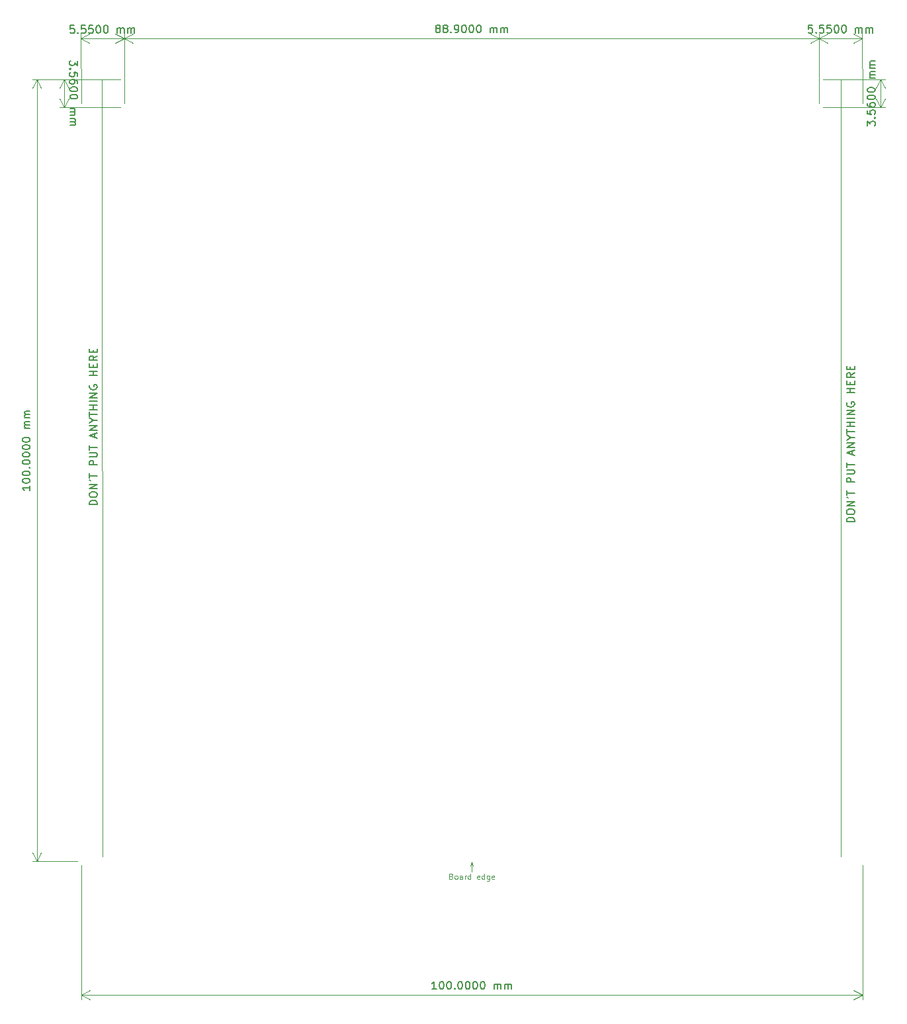
<source format=gbr>
%TF.GenerationSoftware,KiCad,Pcbnew,8.0.8-8.0.8-0~ubuntu24.04.1*%
%TF.CreationDate,2025-02-17T20:41:45+00:00*%
%TF.ProjectId,base-module,62617365-2d6d-46f6-9475-6c652e6b6963,1.0.0*%
%TF.SameCoordinates,Original*%
%TF.FileFunction,Other,Comment*%
%FSLAX46Y46*%
G04 Gerber Fmt 4.6, Leading zero omitted, Abs format (unit mm)*
G04 Created by KiCad (PCBNEW 8.0.8-8.0.8-0~ubuntu24.04.1) date 2025-02-17 20:41:45*
%MOMM*%
%LPD*%
G01*
G04 APERTURE LIST*
%ADD10C,0.100000*%
%ADD11C,0.150000*%
G04 APERTURE END LIST*
D10*
X136630000Y-150715002D02*
X136630000Y-51285001D01*
X42110000Y-150715002D02*
X42040000Y-51285001D01*
D11*
X138349819Y-107898221D02*
X137349819Y-107898221D01*
X137349819Y-107898221D02*
X137349819Y-107660126D01*
X137349819Y-107660126D02*
X137397438Y-107517269D01*
X137397438Y-107517269D02*
X137492676Y-107422031D01*
X137492676Y-107422031D02*
X137587914Y-107374412D01*
X137587914Y-107374412D02*
X137778390Y-107326793D01*
X137778390Y-107326793D02*
X137921247Y-107326793D01*
X137921247Y-107326793D02*
X138111723Y-107374412D01*
X138111723Y-107374412D02*
X138206961Y-107422031D01*
X138206961Y-107422031D02*
X138302200Y-107517269D01*
X138302200Y-107517269D02*
X138349819Y-107660126D01*
X138349819Y-107660126D02*
X138349819Y-107898221D01*
X137349819Y-106707745D02*
X137349819Y-106517269D01*
X137349819Y-106517269D02*
X137397438Y-106422031D01*
X137397438Y-106422031D02*
X137492676Y-106326793D01*
X137492676Y-106326793D02*
X137683152Y-106279174D01*
X137683152Y-106279174D02*
X138016485Y-106279174D01*
X138016485Y-106279174D02*
X138206961Y-106326793D01*
X138206961Y-106326793D02*
X138302200Y-106422031D01*
X138302200Y-106422031D02*
X138349819Y-106517269D01*
X138349819Y-106517269D02*
X138349819Y-106707745D01*
X138349819Y-106707745D02*
X138302200Y-106802983D01*
X138302200Y-106802983D02*
X138206961Y-106898221D01*
X138206961Y-106898221D02*
X138016485Y-106945840D01*
X138016485Y-106945840D02*
X137683152Y-106945840D01*
X137683152Y-106945840D02*
X137492676Y-106898221D01*
X137492676Y-106898221D02*
X137397438Y-106802983D01*
X137397438Y-106802983D02*
X137349819Y-106707745D01*
X138349819Y-105850602D02*
X137349819Y-105850602D01*
X137349819Y-105850602D02*
X138349819Y-105279174D01*
X138349819Y-105279174D02*
X137349819Y-105279174D01*
X137349819Y-104755364D02*
X137540295Y-104850602D01*
X137349819Y-104469650D02*
X137349819Y-103898222D01*
X138349819Y-104183936D02*
X137349819Y-104183936D01*
X138349819Y-102802983D02*
X137349819Y-102802983D01*
X137349819Y-102802983D02*
X137349819Y-102422031D01*
X137349819Y-102422031D02*
X137397438Y-102326793D01*
X137397438Y-102326793D02*
X137445057Y-102279174D01*
X137445057Y-102279174D02*
X137540295Y-102231555D01*
X137540295Y-102231555D02*
X137683152Y-102231555D01*
X137683152Y-102231555D02*
X137778390Y-102279174D01*
X137778390Y-102279174D02*
X137826009Y-102326793D01*
X137826009Y-102326793D02*
X137873628Y-102422031D01*
X137873628Y-102422031D02*
X137873628Y-102802983D01*
X137349819Y-101802983D02*
X138159342Y-101802983D01*
X138159342Y-101802983D02*
X138254580Y-101755364D01*
X138254580Y-101755364D02*
X138302200Y-101707745D01*
X138302200Y-101707745D02*
X138349819Y-101612507D01*
X138349819Y-101612507D02*
X138349819Y-101422031D01*
X138349819Y-101422031D02*
X138302200Y-101326793D01*
X138302200Y-101326793D02*
X138254580Y-101279174D01*
X138254580Y-101279174D02*
X138159342Y-101231555D01*
X138159342Y-101231555D02*
X137349819Y-101231555D01*
X137349819Y-100898221D02*
X137349819Y-100326793D01*
X138349819Y-100612507D02*
X137349819Y-100612507D01*
X138064104Y-99279173D02*
X138064104Y-98802983D01*
X138349819Y-99374411D02*
X137349819Y-99041078D01*
X137349819Y-99041078D02*
X138349819Y-98707745D01*
X138349819Y-98374411D02*
X137349819Y-98374411D01*
X137349819Y-98374411D02*
X138349819Y-97802983D01*
X138349819Y-97802983D02*
X137349819Y-97802983D01*
X137873628Y-97136316D02*
X138349819Y-97136316D01*
X137349819Y-97469649D02*
X137873628Y-97136316D01*
X137873628Y-97136316D02*
X137349819Y-96802983D01*
X137349819Y-96612506D02*
X137349819Y-96041078D01*
X138349819Y-96326792D02*
X137349819Y-96326792D01*
X138349819Y-95707744D02*
X137349819Y-95707744D01*
X137826009Y-95707744D02*
X137826009Y-95136316D01*
X138349819Y-95136316D02*
X137349819Y-95136316D01*
X138349819Y-94660125D02*
X137349819Y-94660125D01*
X138349819Y-94183935D02*
X137349819Y-94183935D01*
X137349819Y-94183935D02*
X138349819Y-93612507D01*
X138349819Y-93612507D02*
X137349819Y-93612507D01*
X137397438Y-92612507D02*
X137349819Y-92707745D01*
X137349819Y-92707745D02*
X137349819Y-92850602D01*
X137349819Y-92850602D02*
X137397438Y-92993459D01*
X137397438Y-92993459D02*
X137492676Y-93088697D01*
X137492676Y-93088697D02*
X137587914Y-93136316D01*
X137587914Y-93136316D02*
X137778390Y-93183935D01*
X137778390Y-93183935D02*
X137921247Y-93183935D01*
X137921247Y-93183935D02*
X138111723Y-93136316D01*
X138111723Y-93136316D02*
X138206961Y-93088697D01*
X138206961Y-93088697D02*
X138302200Y-92993459D01*
X138302200Y-92993459D02*
X138349819Y-92850602D01*
X138349819Y-92850602D02*
X138349819Y-92755364D01*
X138349819Y-92755364D02*
X138302200Y-92612507D01*
X138302200Y-92612507D02*
X138254580Y-92564888D01*
X138254580Y-92564888D02*
X137921247Y-92564888D01*
X137921247Y-92564888D02*
X137921247Y-92755364D01*
X138349819Y-91374411D02*
X137349819Y-91374411D01*
X137826009Y-91374411D02*
X137826009Y-90802983D01*
X138349819Y-90802983D02*
X137349819Y-90802983D01*
X137826009Y-90326792D02*
X137826009Y-89993459D01*
X138349819Y-89850602D02*
X138349819Y-90326792D01*
X138349819Y-90326792D02*
X137349819Y-90326792D01*
X137349819Y-90326792D02*
X137349819Y-89850602D01*
X138349819Y-88850602D02*
X137873628Y-89183935D01*
X138349819Y-89422030D02*
X137349819Y-89422030D01*
X137349819Y-89422030D02*
X137349819Y-89041078D01*
X137349819Y-89041078D02*
X137397438Y-88945840D01*
X137397438Y-88945840D02*
X137445057Y-88898221D01*
X137445057Y-88898221D02*
X137540295Y-88850602D01*
X137540295Y-88850602D02*
X137683152Y-88850602D01*
X137683152Y-88850602D02*
X137778390Y-88898221D01*
X137778390Y-88898221D02*
X137826009Y-88945840D01*
X137826009Y-88945840D02*
X137873628Y-89041078D01*
X137873628Y-89041078D02*
X137873628Y-89422030D01*
X137826009Y-88422030D02*
X137826009Y-88088697D01*
X138349819Y-87945840D02*
X138349819Y-88422030D01*
X138349819Y-88422030D02*
X137349819Y-88422030D01*
X137349819Y-88422030D02*
X137349819Y-87945840D01*
X41429819Y-105698221D02*
X40429819Y-105698221D01*
X40429819Y-105698221D02*
X40429819Y-105460126D01*
X40429819Y-105460126D02*
X40477438Y-105317269D01*
X40477438Y-105317269D02*
X40572676Y-105222031D01*
X40572676Y-105222031D02*
X40667914Y-105174412D01*
X40667914Y-105174412D02*
X40858390Y-105126793D01*
X40858390Y-105126793D02*
X41001247Y-105126793D01*
X41001247Y-105126793D02*
X41191723Y-105174412D01*
X41191723Y-105174412D02*
X41286961Y-105222031D01*
X41286961Y-105222031D02*
X41382200Y-105317269D01*
X41382200Y-105317269D02*
X41429819Y-105460126D01*
X41429819Y-105460126D02*
X41429819Y-105698221D01*
X40429819Y-104507745D02*
X40429819Y-104317269D01*
X40429819Y-104317269D02*
X40477438Y-104222031D01*
X40477438Y-104222031D02*
X40572676Y-104126793D01*
X40572676Y-104126793D02*
X40763152Y-104079174D01*
X40763152Y-104079174D02*
X41096485Y-104079174D01*
X41096485Y-104079174D02*
X41286961Y-104126793D01*
X41286961Y-104126793D02*
X41382200Y-104222031D01*
X41382200Y-104222031D02*
X41429819Y-104317269D01*
X41429819Y-104317269D02*
X41429819Y-104507745D01*
X41429819Y-104507745D02*
X41382200Y-104602983D01*
X41382200Y-104602983D02*
X41286961Y-104698221D01*
X41286961Y-104698221D02*
X41096485Y-104745840D01*
X41096485Y-104745840D02*
X40763152Y-104745840D01*
X40763152Y-104745840D02*
X40572676Y-104698221D01*
X40572676Y-104698221D02*
X40477438Y-104602983D01*
X40477438Y-104602983D02*
X40429819Y-104507745D01*
X41429819Y-103650602D02*
X40429819Y-103650602D01*
X40429819Y-103650602D02*
X41429819Y-103079174D01*
X41429819Y-103079174D02*
X40429819Y-103079174D01*
X40429819Y-102555364D02*
X40620295Y-102650602D01*
X40429819Y-102269650D02*
X40429819Y-101698222D01*
X41429819Y-101983936D02*
X40429819Y-101983936D01*
X41429819Y-100602983D02*
X40429819Y-100602983D01*
X40429819Y-100602983D02*
X40429819Y-100222031D01*
X40429819Y-100222031D02*
X40477438Y-100126793D01*
X40477438Y-100126793D02*
X40525057Y-100079174D01*
X40525057Y-100079174D02*
X40620295Y-100031555D01*
X40620295Y-100031555D02*
X40763152Y-100031555D01*
X40763152Y-100031555D02*
X40858390Y-100079174D01*
X40858390Y-100079174D02*
X40906009Y-100126793D01*
X40906009Y-100126793D02*
X40953628Y-100222031D01*
X40953628Y-100222031D02*
X40953628Y-100602983D01*
X40429819Y-99602983D02*
X41239342Y-99602983D01*
X41239342Y-99602983D02*
X41334580Y-99555364D01*
X41334580Y-99555364D02*
X41382200Y-99507745D01*
X41382200Y-99507745D02*
X41429819Y-99412507D01*
X41429819Y-99412507D02*
X41429819Y-99222031D01*
X41429819Y-99222031D02*
X41382200Y-99126793D01*
X41382200Y-99126793D02*
X41334580Y-99079174D01*
X41334580Y-99079174D02*
X41239342Y-99031555D01*
X41239342Y-99031555D02*
X40429819Y-99031555D01*
X40429819Y-98698221D02*
X40429819Y-98126793D01*
X41429819Y-98412507D02*
X40429819Y-98412507D01*
X41144104Y-97079173D02*
X41144104Y-96602983D01*
X41429819Y-97174411D02*
X40429819Y-96841078D01*
X40429819Y-96841078D02*
X41429819Y-96507745D01*
X41429819Y-96174411D02*
X40429819Y-96174411D01*
X40429819Y-96174411D02*
X41429819Y-95602983D01*
X41429819Y-95602983D02*
X40429819Y-95602983D01*
X40953628Y-94936316D02*
X41429819Y-94936316D01*
X40429819Y-95269649D02*
X40953628Y-94936316D01*
X40953628Y-94936316D02*
X40429819Y-94602983D01*
X40429819Y-94412506D02*
X40429819Y-93841078D01*
X41429819Y-94126792D02*
X40429819Y-94126792D01*
X41429819Y-93507744D02*
X40429819Y-93507744D01*
X40906009Y-93507744D02*
X40906009Y-92936316D01*
X41429819Y-92936316D02*
X40429819Y-92936316D01*
X41429819Y-92460125D02*
X40429819Y-92460125D01*
X41429819Y-91983935D02*
X40429819Y-91983935D01*
X40429819Y-91983935D02*
X41429819Y-91412507D01*
X41429819Y-91412507D02*
X40429819Y-91412507D01*
X40477438Y-90412507D02*
X40429819Y-90507745D01*
X40429819Y-90507745D02*
X40429819Y-90650602D01*
X40429819Y-90650602D02*
X40477438Y-90793459D01*
X40477438Y-90793459D02*
X40572676Y-90888697D01*
X40572676Y-90888697D02*
X40667914Y-90936316D01*
X40667914Y-90936316D02*
X40858390Y-90983935D01*
X40858390Y-90983935D02*
X41001247Y-90983935D01*
X41001247Y-90983935D02*
X41191723Y-90936316D01*
X41191723Y-90936316D02*
X41286961Y-90888697D01*
X41286961Y-90888697D02*
X41382200Y-90793459D01*
X41382200Y-90793459D02*
X41429819Y-90650602D01*
X41429819Y-90650602D02*
X41429819Y-90555364D01*
X41429819Y-90555364D02*
X41382200Y-90412507D01*
X41382200Y-90412507D02*
X41334580Y-90364888D01*
X41334580Y-90364888D02*
X41001247Y-90364888D01*
X41001247Y-90364888D02*
X41001247Y-90555364D01*
X41429819Y-89174411D02*
X40429819Y-89174411D01*
X40906009Y-89174411D02*
X40906009Y-88602983D01*
X41429819Y-88602983D02*
X40429819Y-88602983D01*
X40906009Y-88126792D02*
X40906009Y-87793459D01*
X41429819Y-87650602D02*
X41429819Y-88126792D01*
X41429819Y-88126792D02*
X40429819Y-88126792D01*
X40429819Y-88126792D02*
X40429819Y-87650602D01*
X41429819Y-86650602D02*
X40953628Y-86983935D01*
X41429819Y-87222030D02*
X40429819Y-87222030D01*
X40429819Y-87222030D02*
X40429819Y-86841078D01*
X40429819Y-86841078D02*
X40477438Y-86745840D01*
X40477438Y-86745840D02*
X40525057Y-86698221D01*
X40525057Y-86698221D02*
X40620295Y-86650602D01*
X40620295Y-86650602D02*
X40763152Y-86650602D01*
X40763152Y-86650602D02*
X40858390Y-86698221D01*
X40858390Y-86698221D02*
X40906009Y-86745840D01*
X40906009Y-86745840D02*
X40953628Y-86841078D01*
X40953628Y-86841078D02*
X40953628Y-87222030D01*
X40906009Y-86222030D02*
X40906009Y-85888697D01*
X41429819Y-85745840D02*
X41429819Y-86222030D01*
X41429819Y-86222030D02*
X40429819Y-86222030D01*
X40429819Y-86222030D02*
X40429819Y-85745840D01*
X84941429Y-44758391D02*
X84846191Y-44710772D01*
X84846191Y-44710772D02*
X84798572Y-44663153D01*
X84798572Y-44663153D02*
X84750953Y-44567915D01*
X84750953Y-44567915D02*
X84750953Y-44520296D01*
X84750953Y-44520296D02*
X84798572Y-44425058D01*
X84798572Y-44425058D02*
X84846191Y-44377439D01*
X84846191Y-44377439D02*
X84941429Y-44329820D01*
X84941429Y-44329820D02*
X85131905Y-44329820D01*
X85131905Y-44329820D02*
X85227143Y-44377439D01*
X85227143Y-44377439D02*
X85274762Y-44425058D01*
X85274762Y-44425058D02*
X85322381Y-44520296D01*
X85322381Y-44520296D02*
X85322381Y-44567915D01*
X85322381Y-44567915D02*
X85274762Y-44663153D01*
X85274762Y-44663153D02*
X85227143Y-44710772D01*
X85227143Y-44710772D02*
X85131905Y-44758391D01*
X85131905Y-44758391D02*
X84941429Y-44758391D01*
X84941429Y-44758391D02*
X84846191Y-44806010D01*
X84846191Y-44806010D02*
X84798572Y-44853629D01*
X84798572Y-44853629D02*
X84750953Y-44948867D01*
X84750953Y-44948867D02*
X84750953Y-45139343D01*
X84750953Y-45139343D02*
X84798572Y-45234581D01*
X84798572Y-45234581D02*
X84846191Y-45282201D01*
X84846191Y-45282201D02*
X84941429Y-45329820D01*
X84941429Y-45329820D02*
X85131905Y-45329820D01*
X85131905Y-45329820D02*
X85227143Y-45282201D01*
X85227143Y-45282201D02*
X85274762Y-45234581D01*
X85274762Y-45234581D02*
X85322381Y-45139343D01*
X85322381Y-45139343D02*
X85322381Y-44948867D01*
X85322381Y-44948867D02*
X85274762Y-44853629D01*
X85274762Y-44853629D02*
X85227143Y-44806010D01*
X85227143Y-44806010D02*
X85131905Y-44758391D01*
X85893810Y-44758391D02*
X85798572Y-44710772D01*
X85798572Y-44710772D02*
X85750953Y-44663153D01*
X85750953Y-44663153D02*
X85703334Y-44567915D01*
X85703334Y-44567915D02*
X85703334Y-44520296D01*
X85703334Y-44520296D02*
X85750953Y-44425058D01*
X85750953Y-44425058D02*
X85798572Y-44377439D01*
X85798572Y-44377439D02*
X85893810Y-44329820D01*
X85893810Y-44329820D02*
X86084286Y-44329820D01*
X86084286Y-44329820D02*
X86179524Y-44377439D01*
X86179524Y-44377439D02*
X86227143Y-44425058D01*
X86227143Y-44425058D02*
X86274762Y-44520296D01*
X86274762Y-44520296D02*
X86274762Y-44567915D01*
X86274762Y-44567915D02*
X86227143Y-44663153D01*
X86227143Y-44663153D02*
X86179524Y-44710772D01*
X86179524Y-44710772D02*
X86084286Y-44758391D01*
X86084286Y-44758391D02*
X85893810Y-44758391D01*
X85893810Y-44758391D02*
X85798572Y-44806010D01*
X85798572Y-44806010D02*
X85750953Y-44853629D01*
X85750953Y-44853629D02*
X85703334Y-44948867D01*
X85703334Y-44948867D02*
X85703334Y-45139343D01*
X85703334Y-45139343D02*
X85750953Y-45234581D01*
X85750953Y-45234581D02*
X85798572Y-45282201D01*
X85798572Y-45282201D02*
X85893810Y-45329820D01*
X85893810Y-45329820D02*
X86084286Y-45329820D01*
X86084286Y-45329820D02*
X86179524Y-45282201D01*
X86179524Y-45282201D02*
X86227143Y-45234581D01*
X86227143Y-45234581D02*
X86274762Y-45139343D01*
X86274762Y-45139343D02*
X86274762Y-44948867D01*
X86274762Y-44948867D02*
X86227143Y-44853629D01*
X86227143Y-44853629D02*
X86179524Y-44806010D01*
X86179524Y-44806010D02*
X86084286Y-44758391D01*
X86703334Y-45234581D02*
X86750953Y-45282201D01*
X86750953Y-45282201D02*
X86703334Y-45329820D01*
X86703334Y-45329820D02*
X86655715Y-45282201D01*
X86655715Y-45282201D02*
X86703334Y-45234581D01*
X86703334Y-45234581D02*
X86703334Y-45329820D01*
X87227143Y-45329820D02*
X87417619Y-45329820D01*
X87417619Y-45329820D02*
X87512857Y-45282201D01*
X87512857Y-45282201D02*
X87560476Y-45234581D01*
X87560476Y-45234581D02*
X87655714Y-45091724D01*
X87655714Y-45091724D02*
X87703333Y-44901248D01*
X87703333Y-44901248D02*
X87703333Y-44520296D01*
X87703333Y-44520296D02*
X87655714Y-44425058D01*
X87655714Y-44425058D02*
X87608095Y-44377439D01*
X87608095Y-44377439D02*
X87512857Y-44329820D01*
X87512857Y-44329820D02*
X87322381Y-44329820D01*
X87322381Y-44329820D02*
X87227143Y-44377439D01*
X87227143Y-44377439D02*
X87179524Y-44425058D01*
X87179524Y-44425058D02*
X87131905Y-44520296D01*
X87131905Y-44520296D02*
X87131905Y-44758391D01*
X87131905Y-44758391D02*
X87179524Y-44853629D01*
X87179524Y-44853629D02*
X87227143Y-44901248D01*
X87227143Y-44901248D02*
X87322381Y-44948867D01*
X87322381Y-44948867D02*
X87512857Y-44948867D01*
X87512857Y-44948867D02*
X87608095Y-44901248D01*
X87608095Y-44901248D02*
X87655714Y-44853629D01*
X87655714Y-44853629D02*
X87703333Y-44758391D01*
X88322381Y-44329820D02*
X88417619Y-44329820D01*
X88417619Y-44329820D02*
X88512857Y-44377439D01*
X88512857Y-44377439D02*
X88560476Y-44425058D01*
X88560476Y-44425058D02*
X88608095Y-44520296D01*
X88608095Y-44520296D02*
X88655714Y-44710772D01*
X88655714Y-44710772D02*
X88655714Y-44948867D01*
X88655714Y-44948867D02*
X88608095Y-45139343D01*
X88608095Y-45139343D02*
X88560476Y-45234581D01*
X88560476Y-45234581D02*
X88512857Y-45282201D01*
X88512857Y-45282201D02*
X88417619Y-45329820D01*
X88417619Y-45329820D02*
X88322381Y-45329820D01*
X88322381Y-45329820D02*
X88227143Y-45282201D01*
X88227143Y-45282201D02*
X88179524Y-45234581D01*
X88179524Y-45234581D02*
X88131905Y-45139343D01*
X88131905Y-45139343D02*
X88084286Y-44948867D01*
X88084286Y-44948867D02*
X88084286Y-44710772D01*
X88084286Y-44710772D02*
X88131905Y-44520296D01*
X88131905Y-44520296D02*
X88179524Y-44425058D01*
X88179524Y-44425058D02*
X88227143Y-44377439D01*
X88227143Y-44377439D02*
X88322381Y-44329820D01*
X89274762Y-44329820D02*
X89370000Y-44329820D01*
X89370000Y-44329820D02*
X89465238Y-44377439D01*
X89465238Y-44377439D02*
X89512857Y-44425058D01*
X89512857Y-44425058D02*
X89560476Y-44520296D01*
X89560476Y-44520296D02*
X89608095Y-44710772D01*
X89608095Y-44710772D02*
X89608095Y-44948867D01*
X89608095Y-44948867D02*
X89560476Y-45139343D01*
X89560476Y-45139343D02*
X89512857Y-45234581D01*
X89512857Y-45234581D02*
X89465238Y-45282201D01*
X89465238Y-45282201D02*
X89370000Y-45329820D01*
X89370000Y-45329820D02*
X89274762Y-45329820D01*
X89274762Y-45329820D02*
X89179524Y-45282201D01*
X89179524Y-45282201D02*
X89131905Y-45234581D01*
X89131905Y-45234581D02*
X89084286Y-45139343D01*
X89084286Y-45139343D02*
X89036667Y-44948867D01*
X89036667Y-44948867D02*
X89036667Y-44710772D01*
X89036667Y-44710772D02*
X89084286Y-44520296D01*
X89084286Y-44520296D02*
X89131905Y-44425058D01*
X89131905Y-44425058D02*
X89179524Y-44377439D01*
X89179524Y-44377439D02*
X89274762Y-44329820D01*
X90227143Y-44329820D02*
X90322381Y-44329820D01*
X90322381Y-44329820D02*
X90417619Y-44377439D01*
X90417619Y-44377439D02*
X90465238Y-44425058D01*
X90465238Y-44425058D02*
X90512857Y-44520296D01*
X90512857Y-44520296D02*
X90560476Y-44710772D01*
X90560476Y-44710772D02*
X90560476Y-44948867D01*
X90560476Y-44948867D02*
X90512857Y-45139343D01*
X90512857Y-45139343D02*
X90465238Y-45234581D01*
X90465238Y-45234581D02*
X90417619Y-45282201D01*
X90417619Y-45282201D02*
X90322381Y-45329820D01*
X90322381Y-45329820D02*
X90227143Y-45329820D01*
X90227143Y-45329820D02*
X90131905Y-45282201D01*
X90131905Y-45282201D02*
X90084286Y-45234581D01*
X90084286Y-45234581D02*
X90036667Y-45139343D01*
X90036667Y-45139343D02*
X89989048Y-44948867D01*
X89989048Y-44948867D02*
X89989048Y-44710772D01*
X89989048Y-44710772D02*
X90036667Y-44520296D01*
X90036667Y-44520296D02*
X90084286Y-44425058D01*
X90084286Y-44425058D02*
X90131905Y-44377439D01*
X90131905Y-44377439D02*
X90227143Y-44329820D01*
X91750953Y-45329820D02*
X91750953Y-44663153D01*
X91750953Y-44758391D02*
X91798572Y-44710772D01*
X91798572Y-44710772D02*
X91893810Y-44663153D01*
X91893810Y-44663153D02*
X92036667Y-44663153D01*
X92036667Y-44663153D02*
X92131905Y-44710772D01*
X92131905Y-44710772D02*
X92179524Y-44806010D01*
X92179524Y-44806010D02*
X92179524Y-45329820D01*
X92179524Y-44806010D02*
X92227143Y-44710772D01*
X92227143Y-44710772D02*
X92322381Y-44663153D01*
X92322381Y-44663153D02*
X92465238Y-44663153D01*
X92465238Y-44663153D02*
X92560477Y-44710772D01*
X92560477Y-44710772D02*
X92608096Y-44806010D01*
X92608096Y-44806010D02*
X92608096Y-45329820D01*
X93084286Y-45329820D02*
X93084286Y-44663153D01*
X93084286Y-44758391D02*
X93131905Y-44710772D01*
X93131905Y-44710772D02*
X93227143Y-44663153D01*
X93227143Y-44663153D02*
X93370000Y-44663153D01*
X93370000Y-44663153D02*
X93465238Y-44710772D01*
X93465238Y-44710772D02*
X93512857Y-44806010D01*
X93512857Y-44806010D02*
X93512857Y-45329820D01*
X93512857Y-44806010D02*
X93560476Y-44710772D01*
X93560476Y-44710772D02*
X93655714Y-44663153D01*
X93655714Y-44663153D02*
X93798571Y-44663153D01*
X93798571Y-44663153D02*
X93893810Y-44710772D01*
X93893810Y-44710772D02*
X93941429Y-44806010D01*
X93941429Y-44806010D02*
X93941429Y-45329820D01*
D10*
X44920000Y-54345001D02*
X44920000Y-45438581D01*
X133820000Y-54345001D02*
X133820000Y-45438581D01*
X44920000Y-46025001D02*
X133820000Y-46025001D01*
X44920000Y-46025001D02*
X133820000Y-46025001D01*
X44920000Y-46025001D02*
X46046504Y-45438580D01*
X44920000Y-46025001D02*
X46046504Y-46611422D01*
X133820000Y-46025001D02*
X132693496Y-46611422D01*
X133820000Y-46025001D02*
X132693496Y-45438580D01*
D11*
X38917063Y-48891357D02*
X38918802Y-49510402D01*
X38918802Y-49510402D02*
X38536915Y-49178140D01*
X38536915Y-49178140D02*
X38537316Y-49320997D01*
X38537316Y-49320997D02*
X38489965Y-49416368D01*
X38489965Y-49416368D02*
X38442480Y-49464121D01*
X38442480Y-49464121D02*
X38347376Y-49512007D01*
X38347376Y-49512007D02*
X38109282Y-49512676D01*
X38109282Y-49512676D02*
X38013910Y-49465325D01*
X38013910Y-49465325D02*
X37966158Y-49417839D01*
X37966158Y-49417839D02*
X37918271Y-49322735D01*
X37918271Y-49322735D02*
X37917469Y-49037022D01*
X37917469Y-49037022D02*
X37964820Y-48941651D01*
X37964820Y-48941651D02*
X38012305Y-48893898D01*
X38015248Y-49941513D02*
X37967763Y-49989266D01*
X37967763Y-49989266D02*
X37920010Y-49941781D01*
X37920010Y-49941781D02*
X37967495Y-49894028D01*
X37967495Y-49894028D02*
X38015248Y-49941513D01*
X38015248Y-49941513D02*
X37920010Y-49941781D01*
X38922681Y-50891348D02*
X38921344Y-50415160D01*
X38921344Y-50415160D02*
X38445021Y-50368879D01*
X38445021Y-50368879D02*
X38492774Y-50416364D01*
X38492774Y-50416364D02*
X38540660Y-50511468D01*
X38540660Y-50511468D02*
X38541329Y-50749562D01*
X38541329Y-50749562D02*
X38493978Y-50844933D01*
X38493978Y-50844933D02*
X38446493Y-50892686D01*
X38446493Y-50892686D02*
X38351389Y-50940572D01*
X38351389Y-50940572D02*
X38113294Y-50941241D01*
X38113294Y-50941241D02*
X38017923Y-50893890D01*
X38017923Y-50893890D02*
X37970170Y-50846405D01*
X37970170Y-50846405D02*
X37922284Y-50751301D01*
X37922284Y-50751301D02*
X37921615Y-50513207D01*
X37921615Y-50513207D02*
X37968966Y-50417835D01*
X37968966Y-50417835D02*
X38016452Y-50370082D01*
X38925223Y-51796107D02*
X38924688Y-51605631D01*
X38924688Y-51605631D02*
X38876801Y-51510527D01*
X38876801Y-51510527D02*
X38829049Y-51463042D01*
X38829049Y-51463042D02*
X38685925Y-51368206D01*
X38685925Y-51368206D02*
X38495315Y-51321122D01*
X38495315Y-51321122D02*
X38114365Y-51322192D01*
X38114365Y-51322192D02*
X38019261Y-51370079D01*
X38019261Y-51370079D02*
X37971775Y-51417831D01*
X37971775Y-51417831D02*
X37924424Y-51513203D01*
X37924424Y-51513203D02*
X37924959Y-51703678D01*
X37924959Y-51703678D02*
X37972846Y-51798782D01*
X37972846Y-51798782D02*
X38020598Y-51846267D01*
X38020598Y-51846267D02*
X38115970Y-51893618D01*
X38115970Y-51893618D02*
X38354064Y-51892950D01*
X38354064Y-51892950D02*
X38449168Y-51845063D01*
X38449168Y-51845063D02*
X38496653Y-51797311D01*
X38496653Y-51797311D02*
X38544004Y-51701939D01*
X38544004Y-51701939D02*
X38543469Y-51511464D01*
X38543469Y-51511464D02*
X38495583Y-51416360D01*
X38495583Y-51416360D02*
X38447830Y-51368875D01*
X38447830Y-51368875D02*
X38352459Y-51321523D01*
X38927229Y-52510390D02*
X38927497Y-52605628D01*
X38927497Y-52605628D02*
X38880145Y-52700999D01*
X38880145Y-52700999D02*
X38832660Y-52748752D01*
X38832660Y-52748752D02*
X38737556Y-52796638D01*
X38737556Y-52796638D02*
X38547215Y-52844792D01*
X38547215Y-52844792D02*
X38309120Y-52845461D01*
X38309120Y-52845461D02*
X38118511Y-52798377D01*
X38118511Y-52798377D02*
X38023140Y-52751026D01*
X38023140Y-52751026D02*
X37975387Y-52703540D01*
X37975387Y-52703540D02*
X37927501Y-52608436D01*
X37927501Y-52608436D02*
X37927233Y-52513199D01*
X37927233Y-52513199D02*
X37974584Y-52417827D01*
X37974584Y-52417827D02*
X38022070Y-52370075D01*
X38022070Y-52370075D02*
X38117174Y-52322188D01*
X38117174Y-52322188D02*
X38307515Y-52274034D01*
X38307515Y-52274034D02*
X38545609Y-52273366D01*
X38545609Y-52273366D02*
X38736219Y-52320449D01*
X38736219Y-52320449D02*
X38831590Y-52367801D01*
X38831590Y-52367801D02*
X38879343Y-52415286D01*
X38879343Y-52415286D02*
X38927229Y-52510390D01*
X38929904Y-53462767D02*
X38930172Y-53558005D01*
X38930172Y-53558005D02*
X38882821Y-53653376D01*
X38882821Y-53653376D02*
X38835335Y-53701129D01*
X38835335Y-53701129D02*
X38740232Y-53749015D01*
X38740232Y-53749015D02*
X38549890Y-53797169D01*
X38549890Y-53797169D02*
X38311796Y-53797838D01*
X38311796Y-53797838D02*
X38121186Y-53750754D01*
X38121186Y-53750754D02*
X38025815Y-53703403D01*
X38025815Y-53703403D02*
X37978062Y-53655918D01*
X37978062Y-53655918D02*
X37930176Y-53560814D01*
X37930176Y-53560814D02*
X37929908Y-53465576D01*
X37929908Y-53465576D02*
X37977260Y-53370205D01*
X37977260Y-53370205D02*
X38024745Y-53322452D01*
X38024745Y-53322452D02*
X38119849Y-53274566D01*
X38119849Y-53274566D02*
X38310190Y-53226412D01*
X38310190Y-53226412D02*
X38548285Y-53225743D01*
X38548285Y-53225743D02*
X38738894Y-53272827D01*
X38738894Y-53272827D02*
X38834265Y-53320178D01*
X38834265Y-53320178D02*
X38882018Y-53367663D01*
X38882018Y-53367663D02*
X38929904Y-53462767D01*
X37934189Y-54989380D02*
X38600853Y-54987507D01*
X38505615Y-54987775D02*
X38553368Y-55035260D01*
X38553368Y-55035260D02*
X38601254Y-55130364D01*
X38601254Y-55130364D02*
X38601655Y-55273220D01*
X38601655Y-55273220D02*
X38554304Y-55368592D01*
X38554304Y-55368592D02*
X38459200Y-55416478D01*
X38459200Y-55416478D02*
X37935393Y-55417950D01*
X38459200Y-55416478D02*
X38554571Y-55463830D01*
X38554571Y-55463830D02*
X38602458Y-55558933D01*
X38602458Y-55558933D02*
X38602859Y-55701790D01*
X38602859Y-55701790D02*
X38555508Y-55797162D01*
X38555508Y-55797162D02*
X38460404Y-55845048D01*
X38460404Y-55845048D02*
X37936596Y-55846519D01*
X37937934Y-56322708D02*
X38604598Y-56320835D01*
X38509360Y-56321102D02*
X38557113Y-56368588D01*
X38557113Y-56368588D02*
X38604999Y-56463691D01*
X38604999Y-56463691D02*
X38605401Y-56606548D01*
X38605401Y-56606548D02*
X38558049Y-56701920D01*
X38558049Y-56701920D02*
X38462945Y-56749806D01*
X38462945Y-56749806D02*
X37939138Y-56751277D01*
X38462945Y-56749806D02*
X38558317Y-56797157D01*
X38558317Y-56797157D02*
X38606203Y-56892261D01*
X38606203Y-56892261D02*
X38606604Y-57035118D01*
X38606604Y-57035118D02*
X38559253Y-57130489D01*
X38559253Y-57130489D02*
X38464149Y-57178376D01*
X38464149Y-57178376D02*
X37940342Y-57179847D01*
D10*
X44420002Y-54846405D02*
X36652244Y-54868225D01*
X44410002Y-51286405D02*
X36642244Y-51308225D01*
X37238661Y-54866578D02*
X37228661Y-51306578D01*
X37238661Y-54866578D02*
X37228661Y-51306578D01*
X37238661Y-54866578D02*
X36649078Y-53741726D01*
X37238661Y-54866578D02*
X37821915Y-53738431D01*
X37228661Y-51306578D02*
X37818244Y-52431430D01*
X37228661Y-51306578D02*
X36645407Y-52434725D01*
D11*
X38488211Y-44388463D02*
X38012024Y-44390179D01*
X38012024Y-44390179D02*
X37966121Y-44866538D01*
X37966121Y-44866538D02*
X38013568Y-44818747D01*
X38013568Y-44818747D02*
X38108634Y-44770785D01*
X38108634Y-44770785D02*
X38346728Y-44769927D01*
X38346728Y-44769927D02*
X38442137Y-44817203D01*
X38442137Y-44817203D02*
X38489927Y-44864650D01*
X38489927Y-44864650D02*
X38537889Y-44959716D01*
X38537889Y-44959716D02*
X38538747Y-45197810D01*
X38538747Y-45197810D02*
X38491471Y-45293219D01*
X38491471Y-45293219D02*
X38444024Y-45341009D01*
X38444024Y-45341009D02*
X38348958Y-45388971D01*
X38348958Y-45388971D02*
X38110865Y-45389829D01*
X38110865Y-45389829D02*
X38015456Y-45342553D01*
X38015456Y-45342553D02*
X37967665Y-45295106D01*
X38967659Y-45291503D02*
X39015449Y-45338950D01*
X39015449Y-45338950D02*
X38968002Y-45386740D01*
X38968002Y-45386740D02*
X38920212Y-45339293D01*
X38920212Y-45339293D02*
X38967659Y-45291503D01*
X38967659Y-45291503D02*
X38968002Y-45386740D01*
X39916773Y-44383315D02*
X39440585Y-44385031D01*
X39440585Y-44385031D02*
X39394683Y-44861390D01*
X39394683Y-44861390D02*
X39442130Y-44813599D01*
X39442130Y-44813599D02*
X39537196Y-44765637D01*
X39537196Y-44765637D02*
X39775289Y-44764779D01*
X39775289Y-44764779D02*
X39870698Y-44812055D01*
X39870698Y-44812055D02*
X39918489Y-44859502D01*
X39918489Y-44859502D02*
X39966451Y-44954568D01*
X39966451Y-44954568D02*
X39967309Y-45192662D01*
X39967309Y-45192662D02*
X39920033Y-45288071D01*
X39920033Y-45288071D02*
X39872586Y-45335861D01*
X39872586Y-45335861D02*
X39777520Y-45383823D01*
X39777520Y-45383823D02*
X39539427Y-45384681D01*
X39539427Y-45384681D02*
X39444017Y-45337405D01*
X39444017Y-45337405D02*
X39396227Y-45289958D01*
X40869148Y-44379883D02*
X40392960Y-44381599D01*
X40392960Y-44381599D02*
X40347058Y-44857958D01*
X40347058Y-44857958D02*
X40394505Y-44810167D01*
X40394505Y-44810167D02*
X40489571Y-44762205D01*
X40489571Y-44762205D02*
X40727664Y-44761347D01*
X40727664Y-44761347D02*
X40823073Y-44808623D01*
X40823073Y-44808623D02*
X40870864Y-44856070D01*
X40870864Y-44856070D02*
X40918826Y-44951136D01*
X40918826Y-44951136D02*
X40919684Y-45189230D01*
X40919684Y-45189230D02*
X40872408Y-45284639D01*
X40872408Y-45284639D02*
X40824961Y-45332429D01*
X40824961Y-45332429D02*
X40729895Y-45380391D01*
X40729895Y-45380391D02*
X40491801Y-45381249D01*
X40491801Y-45381249D02*
X40396392Y-45333973D01*
X40396392Y-45333973D02*
X40348602Y-45286526D01*
X41535810Y-44377480D02*
X41631048Y-44377137D01*
X41631048Y-44377137D02*
X41726457Y-44424413D01*
X41726457Y-44424413D02*
X41774247Y-44471860D01*
X41774247Y-44471860D02*
X41822209Y-44566926D01*
X41822209Y-44566926D02*
X41870514Y-44757229D01*
X41870514Y-44757229D02*
X41871372Y-44995323D01*
X41871372Y-44995323D02*
X41824440Y-45185969D01*
X41824440Y-45185969D02*
X41777164Y-45281378D01*
X41777164Y-45281378D02*
X41729717Y-45329169D01*
X41729717Y-45329169D02*
X41634651Y-45377131D01*
X41634651Y-45377131D02*
X41539414Y-45377474D01*
X41539414Y-45377474D02*
X41444005Y-45330198D01*
X41444005Y-45330198D02*
X41396214Y-45282751D01*
X41396214Y-45282751D02*
X41348252Y-45187685D01*
X41348252Y-45187685D02*
X41299947Y-44997382D01*
X41299947Y-44997382D02*
X41299089Y-44759288D01*
X41299089Y-44759288D02*
X41346021Y-44568642D01*
X41346021Y-44568642D02*
X41393297Y-44473233D01*
X41393297Y-44473233D02*
X41440744Y-44425442D01*
X41440744Y-44425442D02*
X41535810Y-44377480D01*
X42488185Y-44374048D02*
X42583422Y-44373705D01*
X42583422Y-44373705D02*
X42678831Y-44420981D01*
X42678831Y-44420981D02*
X42726622Y-44468428D01*
X42726622Y-44468428D02*
X42774584Y-44563494D01*
X42774584Y-44563494D02*
X42822889Y-44753797D01*
X42822889Y-44753797D02*
X42823747Y-44991891D01*
X42823747Y-44991891D02*
X42776814Y-45182537D01*
X42776814Y-45182537D02*
X42729539Y-45277946D01*
X42729539Y-45277946D02*
X42682092Y-45325737D01*
X42682092Y-45325737D02*
X42587026Y-45373699D01*
X42587026Y-45373699D02*
X42491788Y-45374042D01*
X42491788Y-45374042D02*
X42396379Y-45326766D01*
X42396379Y-45326766D02*
X42348589Y-45279319D01*
X42348589Y-45279319D02*
X42300627Y-45184253D01*
X42300627Y-45184253D02*
X42252322Y-44993950D01*
X42252322Y-44993950D02*
X42251464Y-44755856D01*
X42251464Y-44755856D02*
X42298396Y-44565210D01*
X42298396Y-44565210D02*
X42345672Y-44469801D01*
X42345672Y-44469801D02*
X42393119Y-44422010D01*
X42393119Y-44422010D02*
X42488185Y-44374048D01*
X44015588Y-45368551D02*
X44013186Y-44701888D01*
X44013529Y-44797126D02*
X44060976Y-44749335D01*
X44060976Y-44749335D02*
X44156042Y-44701373D01*
X44156042Y-44701373D02*
X44298898Y-44700859D01*
X44298898Y-44700859D02*
X44394307Y-44748134D01*
X44394307Y-44748134D02*
X44442269Y-44843200D01*
X44442269Y-44843200D02*
X44444157Y-45367006D01*
X44442269Y-44843200D02*
X44489545Y-44747791D01*
X44489545Y-44747791D02*
X44584611Y-44699829D01*
X44584611Y-44699829D02*
X44727467Y-44699314D01*
X44727467Y-44699314D02*
X44822876Y-44746590D01*
X44822876Y-44746590D02*
X44870838Y-44841656D01*
X44870838Y-44841656D02*
X44872726Y-45365462D01*
X45348913Y-45363746D02*
X45346510Y-44697084D01*
X45346854Y-44792321D02*
X45394301Y-44744531D01*
X45394301Y-44744531D02*
X45489367Y-44696569D01*
X45489367Y-44696569D02*
X45632223Y-44696054D01*
X45632223Y-44696054D02*
X45727632Y-44743329D01*
X45727632Y-44743329D02*
X45775594Y-44838395D01*
X45775594Y-44838395D02*
X45777481Y-45362201D01*
X45775594Y-44838395D02*
X45822869Y-44742986D01*
X45822869Y-44742986D02*
X45917935Y-44695024D01*
X45917935Y-44695024D02*
X46060791Y-44694510D01*
X46060791Y-44694510D02*
X46156200Y-44741785D01*
X46156200Y-44741785D02*
X46204162Y-44836851D01*
X46204162Y-44836851D02*
X46206050Y-45360657D01*
D10*
X44918198Y-54345004D02*
X44886231Y-45474176D01*
X39368198Y-54365004D02*
X39336231Y-45494176D01*
X44888344Y-46060592D02*
X39338344Y-46080592D01*
X44888344Y-46060592D02*
X39338344Y-46080592D01*
X44888344Y-46060592D02*
X43763961Y-46651068D01*
X44888344Y-46060592D02*
X43759734Y-45478235D01*
X39338344Y-46080592D02*
X40462727Y-45490116D01*
X39338344Y-46080592D02*
X40466954Y-46662949D01*
D11*
X84846190Y-167669819D02*
X84274762Y-167669819D01*
X84560476Y-167669819D02*
X84560476Y-166669819D01*
X84560476Y-166669819D02*
X84465238Y-166812676D01*
X84465238Y-166812676D02*
X84370000Y-166907914D01*
X84370000Y-166907914D02*
X84274762Y-166955533D01*
X85465238Y-166669819D02*
X85560476Y-166669819D01*
X85560476Y-166669819D02*
X85655714Y-166717438D01*
X85655714Y-166717438D02*
X85703333Y-166765057D01*
X85703333Y-166765057D02*
X85750952Y-166860295D01*
X85750952Y-166860295D02*
X85798571Y-167050771D01*
X85798571Y-167050771D02*
X85798571Y-167288866D01*
X85798571Y-167288866D02*
X85750952Y-167479342D01*
X85750952Y-167479342D02*
X85703333Y-167574580D01*
X85703333Y-167574580D02*
X85655714Y-167622200D01*
X85655714Y-167622200D02*
X85560476Y-167669819D01*
X85560476Y-167669819D02*
X85465238Y-167669819D01*
X85465238Y-167669819D02*
X85370000Y-167622200D01*
X85370000Y-167622200D02*
X85322381Y-167574580D01*
X85322381Y-167574580D02*
X85274762Y-167479342D01*
X85274762Y-167479342D02*
X85227143Y-167288866D01*
X85227143Y-167288866D02*
X85227143Y-167050771D01*
X85227143Y-167050771D02*
X85274762Y-166860295D01*
X85274762Y-166860295D02*
X85322381Y-166765057D01*
X85322381Y-166765057D02*
X85370000Y-166717438D01*
X85370000Y-166717438D02*
X85465238Y-166669819D01*
X86417619Y-166669819D02*
X86512857Y-166669819D01*
X86512857Y-166669819D02*
X86608095Y-166717438D01*
X86608095Y-166717438D02*
X86655714Y-166765057D01*
X86655714Y-166765057D02*
X86703333Y-166860295D01*
X86703333Y-166860295D02*
X86750952Y-167050771D01*
X86750952Y-167050771D02*
X86750952Y-167288866D01*
X86750952Y-167288866D02*
X86703333Y-167479342D01*
X86703333Y-167479342D02*
X86655714Y-167574580D01*
X86655714Y-167574580D02*
X86608095Y-167622200D01*
X86608095Y-167622200D02*
X86512857Y-167669819D01*
X86512857Y-167669819D02*
X86417619Y-167669819D01*
X86417619Y-167669819D02*
X86322381Y-167622200D01*
X86322381Y-167622200D02*
X86274762Y-167574580D01*
X86274762Y-167574580D02*
X86227143Y-167479342D01*
X86227143Y-167479342D02*
X86179524Y-167288866D01*
X86179524Y-167288866D02*
X86179524Y-167050771D01*
X86179524Y-167050771D02*
X86227143Y-166860295D01*
X86227143Y-166860295D02*
X86274762Y-166765057D01*
X86274762Y-166765057D02*
X86322381Y-166717438D01*
X86322381Y-166717438D02*
X86417619Y-166669819D01*
X87179524Y-167574580D02*
X87227143Y-167622200D01*
X87227143Y-167622200D02*
X87179524Y-167669819D01*
X87179524Y-167669819D02*
X87131905Y-167622200D01*
X87131905Y-167622200D02*
X87179524Y-167574580D01*
X87179524Y-167574580D02*
X87179524Y-167669819D01*
X87846190Y-166669819D02*
X87941428Y-166669819D01*
X87941428Y-166669819D02*
X88036666Y-166717438D01*
X88036666Y-166717438D02*
X88084285Y-166765057D01*
X88084285Y-166765057D02*
X88131904Y-166860295D01*
X88131904Y-166860295D02*
X88179523Y-167050771D01*
X88179523Y-167050771D02*
X88179523Y-167288866D01*
X88179523Y-167288866D02*
X88131904Y-167479342D01*
X88131904Y-167479342D02*
X88084285Y-167574580D01*
X88084285Y-167574580D02*
X88036666Y-167622200D01*
X88036666Y-167622200D02*
X87941428Y-167669819D01*
X87941428Y-167669819D02*
X87846190Y-167669819D01*
X87846190Y-167669819D02*
X87750952Y-167622200D01*
X87750952Y-167622200D02*
X87703333Y-167574580D01*
X87703333Y-167574580D02*
X87655714Y-167479342D01*
X87655714Y-167479342D02*
X87608095Y-167288866D01*
X87608095Y-167288866D02*
X87608095Y-167050771D01*
X87608095Y-167050771D02*
X87655714Y-166860295D01*
X87655714Y-166860295D02*
X87703333Y-166765057D01*
X87703333Y-166765057D02*
X87750952Y-166717438D01*
X87750952Y-166717438D02*
X87846190Y-166669819D01*
X88798571Y-166669819D02*
X88893809Y-166669819D01*
X88893809Y-166669819D02*
X88989047Y-166717438D01*
X88989047Y-166717438D02*
X89036666Y-166765057D01*
X89036666Y-166765057D02*
X89084285Y-166860295D01*
X89084285Y-166860295D02*
X89131904Y-167050771D01*
X89131904Y-167050771D02*
X89131904Y-167288866D01*
X89131904Y-167288866D02*
X89084285Y-167479342D01*
X89084285Y-167479342D02*
X89036666Y-167574580D01*
X89036666Y-167574580D02*
X88989047Y-167622200D01*
X88989047Y-167622200D02*
X88893809Y-167669819D01*
X88893809Y-167669819D02*
X88798571Y-167669819D01*
X88798571Y-167669819D02*
X88703333Y-167622200D01*
X88703333Y-167622200D02*
X88655714Y-167574580D01*
X88655714Y-167574580D02*
X88608095Y-167479342D01*
X88608095Y-167479342D02*
X88560476Y-167288866D01*
X88560476Y-167288866D02*
X88560476Y-167050771D01*
X88560476Y-167050771D02*
X88608095Y-166860295D01*
X88608095Y-166860295D02*
X88655714Y-166765057D01*
X88655714Y-166765057D02*
X88703333Y-166717438D01*
X88703333Y-166717438D02*
X88798571Y-166669819D01*
X89750952Y-166669819D02*
X89846190Y-166669819D01*
X89846190Y-166669819D02*
X89941428Y-166717438D01*
X89941428Y-166717438D02*
X89989047Y-166765057D01*
X89989047Y-166765057D02*
X90036666Y-166860295D01*
X90036666Y-166860295D02*
X90084285Y-167050771D01*
X90084285Y-167050771D02*
X90084285Y-167288866D01*
X90084285Y-167288866D02*
X90036666Y-167479342D01*
X90036666Y-167479342D02*
X89989047Y-167574580D01*
X89989047Y-167574580D02*
X89941428Y-167622200D01*
X89941428Y-167622200D02*
X89846190Y-167669819D01*
X89846190Y-167669819D02*
X89750952Y-167669819D01*
X89750952Y-167669819D02*
X89655714Y-167622200D01*
X89655714Y-167622200D02*
X89608095Y-167574580D01*
X89608095Y-167574580D02*
X89560476Y-167479342D01*
X89560476Y-167479342D02*
X89512857Y-167288866D01*
X89512857Y-167288866D02*
X89512857Y-167050771D01*
X89512857Y-167050771D02*
X89560476Y-166860295D01*
X89560476Y-166860295D02*
X89608095Y-166765057D01*
X89608095Y-166765057D02*
X89655714Y-166717438D01*
X89655714Y-166717438D02*
X89750952Y-166669819D01*
X90703333Y-166669819D02*
X90798571Y-166669819D01*
X90798571Y-166669819D02*
X90893809Y-166717438D01*
X90893809Y-166717438D02*
X90941428Y-166765057D01*
X90941428Y-166765057D02*
X90989047Y-166860295D01*
X90989047Y-166860295D02*
X91036666Y-167050771D01*
X91036666Y-167050771D02*
X91036666Y-167288866D01*
X91036666Y-167288866D02*
X90989047Y-167479342D01*
X90989047Y-167479342D02*
X90941428Y-167574580D01*
X90941428Y-167574580D02*
X90893809Y-167622200D01*
X90893809Y-167622200D02*
X90798571Y-167669819D01*
X90798571Y-167669819D02*
X90703333Y-167669819D01*
X90703333Y-167669819D02*
X90608095Y-167622200D01*
X90608095Y-167622200D02*
X90560476Y-167574580D01*
X90560476Y-167574580D02*
X90512857Y-167479342D01*
X90512857Y-167479342D02*
X90465238Y-167288866D01*
X90465238Y-167288866D02*
X90465238Y-167050771D01*
X90465238Y-167050771D02*
X90512857Y-166860295D01*
X90512857Y-166860295D02*
X90560476Y-166765057D01*
X90560476Y-166765057D02*
X90608095Y-166717438D01*
X90608095Y-166717438D02*
X90703333Y-166669819D01*
X92227143Y-167669819D02*
X92227143Y-167003152D01*
X92227143Y-167098390D02*
X92274762Y-167050771D01*
X92274762Y-167050771D02*
X92370000Y-167003152D01*
X92370000Y-167003152D02*
X92512857Y-167003152D01*
X92512857Y-167003152D02*
X92608095Y-167050771D01*
X92608095Y-167050771D02*
X92655714Y-167146009D01*
X92655714Y-167146009D02*
X92655714Y-167669819D01*
X92655714Y-167146009D02*
X92703333Y-167050771D01*
X92703333Y-167050771D02*
X92798571Y-167003152D01*
X92798571Y-167003152D02*
X92941428Y-167003152D01*
X92941428Y-167003152D02*
X93036667Y-167050771D01*
X93036667Y-167050771D02*
X93084286Y-167146009D01*
X93084286Y-167146009D02*
X93084286Y-167669819D01*
X93560476Y-167669819D02*
X93560476Y-167003152D01*
X93560476Y-167098390D02*
X93608095Y-167050771D01*
X93608095Y-167050771D02*
X93703333Y-167003152D01*
X93703333Y-167003152D02*
X93846190Y-167003152D01*
X93846190Y-167003152D02*
X93941428Y-167050771D01*
X93941428Y-167050771D02*
X93989047Y-167146009D01*
X93989047Y-167146009D02*
X93989047Y-167669819D01*
X93989047Y-167146009D02*
X94036666Y-167050771D01*
X94036666Y-167050771D02*
X94131904Y-167003152D01*
X94131904Y-167003152D02*
X94274761Y-167003152D01*
X94274761Y-167003152D02*
X94370000Y-167050771D01*
X94370000Y-167050771D02*
X94417619Y-167146009D01*
X94417619Y-167146009D02*
X94417619Y-167669819D01*
D10*
X39370000Y-151785001D02*
X39370000Y-168951420D01*
X139370000Y-151785001D02*
X139370000Y-168951420D01*
X39370000Y-168365000D02*
X139370000Y-168365000D01*
X39370000Y-168365000D02*
X139370000Y-168365000D01*
X39370000Y-168365000D02*
X40496504Y-167778579D01*
X39370000Y-168365000D02*
X40496504Y-168951421D01*
X139370000Y-168365000D02*
X138243496Y-168951421D01*
X139370000Y-168365000D02*
X138243496Y-167778579D01*
D11*
X139984819Y-57255476D02*
X139984819Y-56636429D01*
X139984819Y-56636429D02*
X140365771Y-56969762D01*
X140365771Y-56969762D02*
X140365771Y-56826905D01*
X140365771Y-56826905D02*
X140413390Y-56731667D01*
X140413390Y-56731667D02*
X140461009Y-56684048D01*
X140461009Y-56684048D02*
X140556247Y-56636429D01*
X140556247Y-56636429D02*
X140794342Y-56636429D01*
X140794342Y-56636429D02*
X140889580Y-56684048D01*
X140889580Y-56684048D02*
X140937200Y-56731667D01*
X140937200Y-56731667D02*
X140984819Y-56826905D01*
X140984819Y-56826905D02*
X140984819Y-57112619D01*
X140984819Y-57112619D02*
X140937200Y-57207857D01*
X140937200Y-57207857D02*
X140889580Y-57255476D01*
X140889580Y-56207857D02*
X140937200Y-56160238D01*
X140937200Y-56160238D02*
X140984819Y-56207857D01*
X140984819Y-56207857D02*
X140937200Y-56255476D01*
X140937200Y-56255476D02*
X140889580Y-56207857D01*
X140889580Y-56207857D02*
X140984819Y-56207857D01*
X139984819Y-55255477D02*
X139984819Y-55731667D01*
X139984819Y-55731667D02*
X140461009Y-55779286D01*
X140461009Y-55779286D02*
X140413390Y-55731667D01*
X140413390Y-55731667D02*
X140365771Y-55636429D01*
X140365771Y-55636429D02*
X140365771Y-55398334D01*
X140365771Y-55398334D02*
X140413390Y-55303096D01*
X140413390Y-55303096D02*
X140461009Y-55255477D01*
X140461009Y-55255477D02*
X140556247Y-55207858D01*
X140556247Y-55207858D02*
X140794342Y-55207858D01*
X140794342Y-55207858D02*
X140889580Y-55255477D01*
X140889580Y-55255477D02*
X140937200Y-55303096D01*
X140937200Y-55303096D02*
X140984819Y-55398334D01*
X140984819Y-55398334D02*
X140984819Y-55636429D01*
X140984819Y-55636429D02*
X140937200Y-55731667D01*
X140937200Y-55731667D02*
X140889580Y-55779286D01*
X139984819Y-54350715D02*
X139984819Y-54541191D01*
X139984819Y-54541191D02*
X140032438Y-54636429D01*
X140032438Y-54636429D02*
X140080057Y-54684048D01*
X140080057Y-54684048D02*
X140222914Y-54779286D01*
X140222914Y-54779286D02*
X140413390Y-54826905D01*
X140413390Y-54826905D02*
X140794342Y-54826905D01*
X140794342Y-54826905D02*
X140889580Y-54779286D01*
X140889580Y-54779286D02*
X140937200Y-54731667D01*
X140937200Y-54731667D02*
X140984819Y-54636429D01*
X140984819Y-54636429D02*
X140984819Y-54445953D01*
X140984819Y-54445953D02*
X140937200Y-54350715D01*
X140937200Y-54350715D02*
X140889580Y-54303096D01*
X140889580Y-54303096D02*
X140794342Y-54255477D01*
X140794342Y-54255477D02*
X140556247Y-54255477D01*
X140556247Y-54255477D02*
X140461009Y-54303096D01*
X140461009Y-54303096D02*
X140413390Y-54350715D01*
X140413390Y-54350715D02*
X140365771Y-54445953D01*
X140365771Y-54445953D02*
X140365771Y-54636429D01*
X140365771Y-54636429D02*
X140413390Y-54731667D01*
X140413390Y-54731667D02*
X140461009Y-54779286D01*
X140461009Y-54779286D02*
X140556247Y-54826905D01*
X139984819Y-53636429D02*
X139984819Y-53541191D01*
X139984819Y-53541191D02*
X140032438Y-53445953D01*
X140032438Y-53445953D02*
X140080057Y-53398334D01*
X140080057Y-53398334D02*
X140175295Y-53350715D01*
X140175295Y-53350715D02*
X140365771Y-53303096D01*
X140365771Y-53303096D02*
X140603866Y-53303096D01*
X140603866Y-53303096D02*
X140794342Y-53350715D01*
X140794342Y-53350715D02*
X140889580Y-53398334D01*
X140889580Y-53398334D02*
X140937200Y-53445953D01*
X140937200Y-53445953D02*
X140984819Y-53541191D01*
X140984819Y-53541191D02*
X140984819Y-53636429D01*
X140984819Y-53636429D02*
X140937200Y-53731667D01*
X140937200Y-53731667D02*
X140889580Y-53779286D01*
X140889580Y-53779286D02*
X140794342Y-53826905D01*
X140794342Y-53826905D02*
X140603866Y-53874524D01*
X140603866Y-53874524D02*
X140365771Y-53874524D01*
X140365771Y-53874524D02*
X140175295Y-53826905D01*
X140175295Y-53826905D02*
X140080057Y-53779286D01*
X140080057Y-53779286D02*
X140032438Y-53731667D01*
X140032438Y-53731667D02*
X139984819Y-53636429D01*
X139984819Y-52684048D02*
X139984819Y-52588810D01*
X139984819Y-52588810D02*
X140032438Y-52493572D01*
X140032438Y-52493572D02*
X140080057Y-52445953D01*
X140080057Y-52445953D02*
X140175295Y-52398334D01*
X140175295Y-52398334D02*
X140365771Y-52350715D01*
X140365771Y-52350715D02*
X140603866Y-52350715D01*
X140603866Y-52350715D02*
X140794342Y-52398334D01*
X140794342Y-52398334D02*
X140889580Y-52445953D01*
X140889580Y-52445953D02*
X140937200Y-52493572D01*
X140937200Y-52493572D02*
X140984819Y-52588810D01*
X140984819Y-52588810D02*
X140984819Y-52684048D01*
X140984819Y-52684048D02*
X140937200Y-52779286D01*
X140937200Y-52779286D02*
X140889580Y-52826905D01*
X140889580Y-52826905D02*
X140794342Y-52874524D01*
X140794342Y-52874524D02*
X140603866Y-52922143D01*
X140603866Y-52922143D02*
X140365771Y-52922143D01*
X140365771Y-52922143D02*
X140175295Y-52874524D01*
X140175295Y-52874524D02*
X140080057Y-52826905D01*
X140080057Y-52826905D02*
X140032438Y-52779286D01*
X140032438Y-52779286D02*
X139984819Y-52684048D01*
X140984819Y-51160238D02*
X140318152Y-51160238D01*
X140413390Y-51160238D02*
X140365771Y-51112619D01*
X140365771Y-51112619D02*
X140318152Y-51017381D01*
X140318152Y-51017381D02*
X140318152Y-50874524D01*
X140318152Y-50874524D02*
X140365771Y-50779286D01*
X140365771Y-50779286D02*
X140461009Y-50731667D01*
X140461009Y-50731667D02*
X140984819Y-50731667D01*
X140461009Y-50731667D02*
X140365771Y-50684048D01*
X140365771Y-50684048D02*
X140318152Y-50588810D01*
X140318152Y-50588810D02*
X140318152Y-50445953D01*
X140318152Y-50445953D02*
X140365771Y-50350714D01*
X140365771Y-50350714D02*
X140461009Y-50303095D01*
X140461009Y-50303095D02*
X140984819Y-50303095D01*
X140984819Y-49826905D02*
X140318152Y-49826905D01*
X140413390Y-49826905D02*
X140365771Y-49779286D01*
X140365771Y-49779286D02*
X140318152Y-49684048D01*
X140318152Y-49684048D02*
X140318152Y-49541191D01*
X140318152Y-49541191D02*
X140365771Y-49445953D01*
X140365771Y-49445953D02*
X140461009Y-49398334D01*
X140461009Y-49398334D02*
X140984819Y-49398334D01*
X140461009Y-49398334D02*
X140365771Y-49350715D01*
X140365771Y-49350715D02*
X140318152Y-49255477D01*
X140318152Y-49255477D02*
X140318152Y-49112620D01*
X140318152Y-49112620D02*
X140365771Y-49017381D01*
X140365771Y-49017381D02*
X140461009Y-48969762D01*
X140461009Y-48969762D02*
X140984819Y-48969762D01*
D10*
X134320000Y-54845001D02*
X142266420Y-54845001D01*
X134320000Y-51285001D02*
X142266420Y-51285001D01*
X141680000Y-54845001D02*
X141680000Y-51285001D01*
X141680000Y-54845001D02*
X141680000Y-51285001D01*
X141680000Y-54845001D02*
X141093579Y-53718497D01*
X141680000Y-54845001D02*
X142266421Y-53718497D01*
X141680000Y-51285001D02*
X142266421Y-52411505D01*
X141680000Y-51285001D02*
X141093579Y-52411505D01*
D11*
X32834819Y-103288810D02*
X32834819Y-103860238D01*
X32834819Y-103574524D02*
X31834819Y-103574524D01*
X31834819Y-103574524D02*
X31977676Y-103669762D01*
X31977676Y-103669762D02*
X32072914Y-103765000D01*
X32072914Y-103765000D02*
X32120533Y-103860238D01*
X31834819Y-102669762D02*
X31834819Y-102574524D01*
X31834819Y-102574524D02*
X31882438Y-102479286D01*
X31882438Y-102479286D02*
X31930057Y-102431667D01*
X31930057Y-102431667D02*
X32025295Y-102384048D01*
X32025295Y-102384048D02*
X32215771Y-102336429D01*
X32215771Y-102336429D02*
X32453866Y-102336429D01*
X32453866Y-102336429D02*
X32644342Y-102384048D01*
X32644342Y-102384048D02*
X32739580Y-102431667D01*
X32739580Y-102431667D02*
X32787200Y-102479286D01*
X32787200Y-102479286D02*
X32834819Y-102574524D01*
X32834819Y-102574524D02*
X32834819Y-102669762D01*
X32834819Y-102669762D02*
X32787200Y-102765000D01*
X32787200Y-102765000D02*
X32739580Y-102812619D01*
X32739580Y-102812619D02*
X32644342Y-102860238D01*
X32644342Y-102860238D02*
X32453866Y-102907857D01*
X32453866Y-102907857D02*
X32215771Y-102907857D01*
X32215771Y-102907857D02*
X32025295Y-102860238D01*
X32025295Y-102860238D02*
X31930057Y-102812619D01*
X31930057Y-102812619D02*
X31882438Y-102765000D01*
X31882438Y-102765000D02*
X31834819Y-102669762D01*
X31834819Y-101717381D02*
X31834819Y-101622143D01*
X31834819Y-101622143D02*
X31882438Y-101526905D01*
X31882438Y-101526905D02*
X31930057Y-101479286D01*
X31930057Y-101479286D02*
X32025295Y-101431667D01*
X32025295Y-101431667D02*
X32215771Y-101384048D01*
X32215771Y-101384048D02*
X32453866Y-101384048D01*
X32453866Y-101384048D02*
X32644342Y-101431667D01*
X32644342Y-101431667D02*
X32739580Y-101479286D01*
X32739580Y-101479286D02*
X32787200Y-101526905D01*
X32787200Y-101526905D02*
X32834819Y-101622143D01*
X32834819Y-101622143D02*
X32834819Y-101717381D01*
X32834819Y-101717381D02*
X32787200Y-101812619D01*
X32787200Y-101812619D02*
X32739580Y-101860238D01*
X32739580Y-101860238D02*
X32644342Y-101907857D01*
X32644342Y-101907857D02*
X32453866Y-101955476D01*
X32453866Y-101955476D02*
X32215771Y-101955476D01*
X32215771Y-101955476D02*
X32025295Y-101907857D01*
X32025295Y-101907857D02*
X31930057Y-101860238D01*
X31930057Y-101860238D02*
X31882438Y-101812619D01*
X31882438Y-101812619D02*
X31834819Y-101717381D01*
X32739580Y-100955476D02*
X32787200Y-100907857D01*
X32787200Y-100907857D02*
X32834819Y-100955476D01*
X32834819Y-100955476D02*
X32787200Y-101003095D01*
X32787200Y-101003095D02*
X32739580Y-100955476D01*
X32739580Y-100955476D02*
X32834819Y-100955476D01*
X31834819Y-100288810D02*
X31834819Y-100193572D01*
X31834819Y-100193572D02*
X31882438Y-100098334D01*
X31882438Y-100098334D02*
X31930057Y-100050715D01*
X31930057Y-100050715D02*
X32025295Y-100003096D01*
X32025295Y-100003096D02*
X32215771Y-99955477D01*
X32215771Y-99955477D02*
X32453866Y-99955477D01*
X32453866Y-99955477D02*
X32644342Y-100003096D01*
X32644342Y-100003096D02*
X32739580Y-100050715D01*
X32739580Y-100050715D02*
X32787200Y-100098334D01*
X32787200Y-100098334D02*
X32834819Y-100193572D01*
X32834819Y-100193572D02*
X32834819Y-100288810D01*
X32834819Y-100288810D02*
X32787200Y-100384048D01*
X32787200Y-100384048D02*
X32739580Y-100431667D01*
X32739580Y-100431667D02*
X32644342Y-100479286D01*
X32644342Y-100479286D02*
X32453866Y-100526905D01*
X32453866Y-100526905D02*
X32215771Y-100526905D01*
X32215771Y-100526905D02*
X32025295Y-100479286D01*
X32025295Y-100479286D02*
X31930057Y-100431667D01*
X31930057Y-100431667D02*
X31882438Y-100384048D01*
X31882438Y-100384048D02*
X31834819Y-100288810D01*
X31834819Y-99336429D02*
X31834819Y-99241191D01*
X31834819Y-99241191D02*
X31882438Y-99145953D01*
X31882438Y-99145953D02*
X31930057Y-99098334D01*
X31930057Y-99098334D02*
X32025295Y-99050715D01*
X32025295Y-99050715D02*
X32215771Y-99003096D01*
X32215771Y-99003096D02*
X32453866Y-99003096D01*
X32453866Y-99003096D02*
X32644342Y-99050715D01*
X32644342Y-99050715D02*
X32739580Y-99098334D01*
X32739580Y-99098334D02*
X32787200Y-99145953D01*
X32787200Y-99145953D02*
X32834819Y-99241191D01*
X32834819Y-99241191D02*
X32834819Y-99336429D01*
X32834819Y-99336429D02*
X32787200Y-99431667D01*
X32787200Y-99431667D02*
X32739580Y-99479286D01*
X32739580Y-99479286D02*
X32644342Y-99526905D01*
X32644342Y-99526905D02*
X32453866Y-99574524D01*
X32453866Y-99574524D02*
X32215771Y-99574524D01*
X32215771Y-99574524D02*
X32025295Y-99526905D01*
X32025295Y-99526905D02*
X31930057Y-99479286D01*
X31930057Y-99479286D02*
X31882438Y-99431667D01*
X31882438Y-99431667D02*
X31834819Y-99336429D01*
X31834819Y-98384048D02*
X31834819Y-98288810D01*
X31834819Y-98288810D02*
X31882438Y-98193572D01*
X31882438Y-98193572D02*
X31930057Y-98145953D01*
X31930057Y-98145953D02*
X32025295Y-98098334D01*
X32025295Y-98098334D02*
X32215771Y-98050715D01*
X32215771Y-98050715D02*
X32453866Y-98050715D01*
X32453866Y-98050715D02*
X32644342Y-98098334D01*
X32644342Y-98098334D02*
X32739580Y-98145953D01*
X32739580Y-98145953D02*
X32787200Y-98193572D01*
X32787200Y-98193572D02*
X32834819Y-98288810D01*
X32834819Y-98288810D02*
X32834819Y-98384048D01*
X32834819Y-98384048D02*
X32787200Y-98479286D01*
X32787200Y-98479286D02*
X32739580Y-98526905D01*
X32739580Y-98526905D02*
X32644342Y-98574524D01*
X32644342Y-98574524D02*
X32453866Y-98622143D01*
X32453866Y-98622143D02*
X32215771Y-98622143D01*
X32215771Y-98622143D02*
X32025295Y-98574524D01*
X32025295Y-98574524D02*
X31930057Y-98526905D01*
X31930057Y-98526905D02*
X31882438Y-98479286D01*
X31882438Y-98479286D02*
X31834819Y-98384048D01*
X31834819Y-97431667D02*
X31834819Y-97336429D01*
X31834819Y-97336429D02*
X31882438Y-97241191D01*
X31882438Y-97241191D02*
X31930057Y-97193572D01*
X31930057Y-97193572D02*
X32025295Y-97145953D01*
X32025295Y-97145953D02*
X32215771Y-97098334D01*
X32215771Y-97098334D02*
X32453866Y-97098334D01*
X32453866Y-97098334D02*
X32644342Y-97145953D01*
X32644342Y-97145953D02*
X32739580Y-97193572D01*
X32739580Y-97193572D02*
X32787200Y-97241191D01*
X32787200Y-97241191D02*
X32834819Y-97336429D01*
X32834819Y-97336429D02*
X32834819Y-97431667D01*
X32834819Y-97431667D02*
X32787200Y-97526905D01*
X32787200Y-97526905D02*
X32739580Y-97574524D01*
X32739580Y-97574524D02*
X32644342Y-97622143D01*
X32644342Y-97622143D02*
X32453866Y-97669762D01*
X32453866Y-97669762D02*
X32215771Y-97669762D01*
X32215771Y-97669762D02*
X32025295Y-97622143D01*
X32025295Y-97622143D02*
X31930057Y-97574524D01*
X31930057Y-97574524D02*
X31882438Y-97526905D01*
X31882438Y-97526905D02*
X31834819Y-97431667D01*
X32834819Y-95907857D02*
X32168152Y-95907857D01*
X32263390Y-95907857D02*
X32215771Y-95860238D01*
X32215771Y-95860238D02*
X32168152Y-95765000D01*
X32168152Y-95765000D02*
X32168152Y-95622143D01*
X32168152Y-95622143D02*
X32215771Y-95526905D01*
X32215771Y-95526905D02*
X32311009Y-95479286D01*
X32311009Y-95479286D02*
X32834819Y-95479286D01*
X32311009Y-95479286D02*
X32215771Y-95431667D01*
X32215771Y-95431667D02*
X32168152Y-95336429D01*
X32168152Y-95336429D02*
X32168152Y-95193572D01*
X32168152Y-95193572D02*
X32215771Y-95098333D01*
X32215771Y-95098333D02*
X32311009Y-95050714D01*
X32311009Y-95050714D02*
X32834819Y-95050714D01*
X32834819Y-94574524D02*
X32168152Y-94574524D01*
X32263390Y-94574524D02*
X32215771Y-94526905D01*
X32215771Y-94526905D02*
X32168152Y-94431667D01*
X32168152Y-94431667D02*
X32168152Y-94288810D01*
X32168152Y-94288810D02*
X32215771Y-94193572D01*
X32215771Y-94193572D02*
X32311009Y-94145953D01*
X32311009Y-94145953D02*
X32834819Y-94145953D01*
X32311009Y-94145953D02*
X32215771Y-94098334D01*
X32215771Y-94098334D02*
X32168152Y-94003096D01*
X32168152Y-94003096D02*
X32168152Y-93860239D01*
X32168152Y-93860239D02*
X32215771Y-93765000D01*
X32215771Y-93765000D02*
X32311009Y-93717381D01*
X32311009Y-93717381D02*
X32834819Y-93717381D01*
D10*
X38870000Y-151285001D02*
X33113580Y-151285001D01*
X38870000Y-51285001D02*
X33113580Y-51285001D01*
X33700000Y-151285001D02*
X33700000Y-51285001D01*
X33700000Y-151285001D02*
X33700000Y-51285001D01*
X33700000Y-151285001D02*
X33113579Y-150158497D01*
X33700000Y-151285001D02*
X34286421Y-150158497D01*
X33700000Y-51285001D02*
X34286421Y-52411505D01*
X33700000Y-51285001D02*
X33113579Y-52411505D01*
D11*
X132957045Y-44349459D02*
X132480855Y-44350317D01*
X132480855Y-44350317D02*
X132434094Y-44826593D01*
X132434094Y-44826593D02*
X132481627Y-44778888D01*
X132481627Y-44778888D02*
X132576779Y-44731097D01*
X132576779Y-44731097D02*
X132814874Y-44730668D01*
X132814874Y-44730668D02*
X132910198Y-44778116D01*
X132910198Y-44778116D02*
X132957903Y-44825649D01*
X132957903Y-44825649D02*
X133005693Y-44920801D01*
X133005693Y-44920801D02*
X133006122Y-45158896D01*
X133006122Y-45158896D02*
X132958675Y-45254220D01*
X132958675Y-45254220D02*
X132911142Y-45301924D01*
X132911142Y-45301924D02*
X132815990Y-45349715D01*
X132815990Y-45349715D02*
X132577895Y-45350144D01*
X132577895Y-45350144D02*
X132482571Y-45302697D01*
X132482571Y-45302697D02*
X132434866Y-45255163D01*
X133434865Y-45253362D02*
X133482570Y-45300895D01*
X133482570Y-45300895D02*
X133435036Y-45348600D01*
X133435036Y-45348600D02*
X133387332Y-45301066D01*
X133387332Y-45301066D02*
X133434865Y-45253362D01*
X133434865Y-45253362D02*
X133435036Y-45348600D01*
X134385613Y-44346885D02*
X133909424Y-44347743D01*
X133909424Y-44347743D02*
X133862663Y-44824019D01*
X133862663Y-44824019D02*
X133910196Y-44776314D01*
X133910196Y-44776314D02*
X134005348Y-44728523D01*
X134005348Y-44728523D02*
X134243443Y-44728094D01*
X134243443Y-44728094D02*
X134338767Y-44775542D01*
X134338767Y-44775542D02*
X134386471Y-44823075D01*
X134386471Y-44823075D02*
X134434262Y-44918227D01*
X134434262Y-44918227D02*
X134434691Y-45156322D01*
X134434691Y-45156322D02*
X134387244Y-45251646D01*
X134387244Y-45251646D02*
X134339710Y-45299350D01*
X134339710Y-45299350D02*
X134244558Y-45347141D01*
X134244558Y-45347141D02*
X134006463Y-45347570D01*
X134006463Y-45347570D02*
X133911140Y-45300123D01*
X133911140Y-45300123D02*
X133863435Y-45252589D01*
X135337993Y-44345169D02*
X134861803Y-44346027D01*
X134861803Y-44346027D02*
X134815042Y-44822303D01*
X134815042Y-44822303D02*
X134862575Y-44774598D01*
X134862575Y-44774598D02*
X134957728Y-44726807D01*
X134957728Y-44726807D02*
X135195822Y-44726378D01*
X135195822Y-44726378D02*
X135291146Y-44773826D01*
X135291146Y-44773826D02*
X135338851Y-44821359D01*
X135338851Y-44821359D02*
X135386641Y-44916511D01*
X135386641Y-44916511D02*
X135387070Y-45154606D01*
X135387070Y-45154606D02*
X135339623Y-45249930D01*
X135339623Y-45249930D02*
X135292090Y-45297634D01*
X135292090Y-45297634D02*
X135196938Y-45345425D01*
X135196938Y-45345425D02*
X134958843Y-45345854D01*
X134958843Y-45345854D02*
X134863519Y-45298407D01*
X134863519Y-45298407D02*
X134815814Y-45250873D01*
X136004659Y-44343968D02*
X136099896Y-44343796D01*
X136099896Y-44343796D02*
X136195220Y-44391244D01*
X136195220Y-44391244D02*
X136242925Y-44438777D01*
X136242925Y-44438777D02*
X136290716Y-44533929D01*
X136290716Y-44533929D02*
X136338678Y-44724319D01*
X136338678Y-44724319D02*
X136339107Y-44962414D01*
X136339107Y-44962414D02*
X136291831Y-45152976D01*
X136291831Y-45152976D02*
X136244384Y-45248299D01*
X136244384Y-45248299D02*
X136196850Y-45296004D01*
X136196850Y-45296004D02*
X136101698Y-45343795D01*
X136101698Y-45343795D02*
X136006460Y-45343966D01*
X136006460Y-45343966D02*
X135911137Y-45296519D01*
X135911137Y-45296519D02*
X135863432Y-45248986D01*
X135863432Y-45248986D02*
X135815641Y-45153834D01*
X135815641Y-45153834D02*
X135767679Y-44963444D01*
X135767679Y-44963444D02*
X135767250Y-44725349D01*
X135767250Y-44725349D02*
X135814526Y-44534787D01*
X135814526Y-44534787D02*
X135861973Y-44439463D01*
X135861973Y-44439463D02*
X135909506Y-44391759D01*
X135909506Y-44391759D02*
X136004659Y-44343968D01*
X136957038Y-44342252D02*
X137052276Y-44342080D01*
X137052276Y-44342080D02*
X137147600Y-44389528D01*
X137147600Y-44389528D02*
X137195304Y-44437061D01*
X137195304Y-44437061D02*
X137243095Y-44532213D01*
X137243095Y-44532213D02*
X137291057Y-44722603D01*
X137291057Y-44722603D02*
X137291486Y-44960698D01*
X137291486Y-44960698D02*
X137244210Y-45151260D01*
X137244210Y-45151260D02*
X137196763Y-45246583D01*
X137196763Y-45246583D02*
X137149230Y-45294288D01*
X137149230Y-45294288D02*
X137054078Y-45342079D01*
X137054078Y-45342079D02*
X136958840Y-45342250D01*
X136958840Y-45342250D02*
X136863516Y-45294803D01*
X136863516Y-45294803D02*
X136815811Y-45247270D01*
X136815811Y-45247270D02*
X136768021Y-45152118D01*
X136768021Y-45152118D02*
X136720059Y-44961728D01*
X136720059Y-44961728D02*
X136719630Y-44723633D01*
X136719630Y-44723633D02*
X136766905Y-44533071D01*
X136766905Y-44533071D02*
X136814353Y-44437747D01*
X136814353Y-44437747D02*
X136861886Y-44390043D01*
X136861886Y-44390043D02*
X136957038Y-44342252D01*
X138482647Y-45339505D02*
X138481446Y-44672839D01*
X138481618Y-44768077D02*
X138529151Y-44720372D01*
X138529151Y-44720372D02*
X138624303Y-44672582D01*
X138624303Y-44672582D02*
X138767160Y-44672324D01*
X138767160Y-44672324D02*
X138862484Y-44719772D01*
X138862484Y-44719772D02*
X138910274Y-44814924D01*
X138910274Y-44814924D02*
X138911218Y-45338733D01*
X138910274Y-44814924D02*
X138957721Y-44719600D01*
X138957721Y-44719600D02*
X139052874Y-44671810D01*
X139052874Y-44671810D02*
X139195730Y-44671552D01*
X139195730Y-44671552D02*
X139291054Y-44719000D01*
X139291054Y-44719000D02*
X139338845Y-44814152D01*
X139338845Y-44814152D02*
X139339789Y-45337960D01*
X139815978Y-45337102D02*
X139814777Y-44670437D01*
X139814948Y-44765675D02*
X139862482Y-44717970D01*
X139862482Y-44717970D02*
X139957634Y-44670179D01*
X139957634Y-44670179D02*
X140100491Y-44669922D01*
X140100491Y-44669922D02*
X140195814Y-44717369D01*
X140195814Y-44717369D02*
X140243605Y-44812522D01*
X140243605Y-44812522D02*
X140244549Y-45336330D01*
X140243605Y-44812522D02*
X140291052Y-44717198D01*
X140291052Y-44717198D02*
X140386204Y-44669407D01*
X140386204Y-44669407D02*
X140529061Y-44669150D01*
X140529061Y-44669150D02*
X140624385Y-44716597D01*
X140624385Y-44716597D02*
X140672176Y-44811749D01*
X140672176Y-44811749D02*
X140673119Y-45335558D01*
D10*
X133819099Y-54345002D02*
X133803084Y-45456698D01*
X139369099Y-54335002D02*
X139353084Y-45446698D01*
X133804141Y-46043117D02*
X139354141Y-46033117D01*
X133804141Y-46043117D02*
X139354141Y-46033117D01*
X133804141Y-46043117D02*
X134929586Y-45454667D01*
X133804141Y-46043117D02*
X134931700Y-46627507D01*
X139354141Y-46033117D02*
X138228696Y-46621567D01*
X139354141Y-46033117D02*
X138226582Y-45448727D01*
X86753335Y-153226966D02*
X86853335Y-153260300D01*
X86853335Y-153260300D02*
X86886668Y-153293633D01*
X86886668Y-153293633D02*
X86920001Y-153360300D01*
X86920001Y-153360300D02*
X86920001Y-153460300D01*
X86920001Y-153460300D02*
X86886668Y-153526966D01*
X86886668Y-153526966D02*
X86853335Y-153560300D01*
X86853335Y-153560300D02*
X86786668Y-153593633D01*
X86786668Y-153593633D02*
X86520001Y-153593633D01*
X86520001Y-153593633D02*
X86520001Y-152893633D01*
X86520001Y-152893633D02*
X86753335Y-152893633D01*
X86753335Y-152893633D02*
X86820001Y-152926966D01*
X86820001Y-152926966D02*
X86853335Y-152960300D01*
X86853335Y-152960300D02*
X86886668Y-153026966D01*
X86886668Y-153026966D02*
X86886668Y-153093633D01*
X86886668Y-153093633D02*
X86853335Y-153160300D01*
X86853335Y-153160300D02*
X86820001Y-153193633D01*
X86820001Y-153193633D02*
X86753335Y-153226966D01*
X86753335Y-153226966D02*
X86520001Y-153226966D01*
X87320001Y-153593633D02*
X87253335Y-153560300D01*
X87253335Y-153560300D02*
X87220001Y-153526966D01*
X87220001Y-153526966D02*
X87186668Y-153460300D01*
X87186668Y-153460300D02*
X87186668Y-153260300D01*
X87186668Y-153260300D02*
X87220001Y-153193633D01*
X87220001Y-153193633D02*
X87253335Y-153160300D01*
X87253335Y-153160300D02*
X87320001Y-153126966D01*
X87320001Y-153126966D02*
X87420001Y-153126966D01*
X87420001Y-153126966D02*
X87486668Y-153160300D01*
X87486668Y-153160300D02*
X87520001Y-153193633D01*
X87520001Y-153193633D02*
X87553335Y-153260300D01*
X87553335Y-153260300D02*
X87553335Y-153460300D01*
X87553335Y-153460300D02*
X87520001Y-153526966D01*
X87520001Y-153526966D02*
X87486668Y-153560300D01*
X87486668Y-153560300D02*
X87420001Y-153593633D01*
X87420001Y-153593633D02*
X87320001Y-153593633D01*
X88153334Y-153593633D02*
X88153334Y-153226966D01*
X88153334Y-153226966D02*
X88120001Y-153160300D01*
X88120001Y-153160300D02*
X88053334Y-153126966D01*
X88053334Y-153126966D02*
X87920001Y-153126966D01*
X87920001Y-153126966D02*
X87853334Y-153160300D01*
X88153334Y-153560300D02*
X88086668Y-153593633D01*
X88086668Y-153593633D02*
X87920001Y-153593633D01*
X87920001Y-153593633D02*
X87853334Y-153560300D01*
X87853334Y-153560300D02*
X87820001Y-153493633D01*
X87820001Y-153493633D02*
X87820001Y-153426966D01*
X87820001Y-153426966D02*
X87853334Y-153360300D01*
X87853334Y-153360300D02*
X87920001Y-153326966D01*
X87920001Y-153326966D02*
X88086668Y-153326966D01*
X88086668Y-153326966D02*
X88153334Y-153293633D01*
X88486667Y-153593633D02*
X88486667Y-153126966D01*
X88486667Y-153260300D02*
X88520001Y-153193633D01*
X88520001Y-153193633D02*
X88553334Y-153160300D01*
X88553334Y-153160300D02*
X88620001Y-153126966D01*
X88620001Y-153126966D02*
X88686667Y-153126966D01*
X89220000Y-153593633D02*
X89220000Y-152893633D01*
X89220000Y-153560300D02*
X89153334Y-153593633D01*
X89153334Y-153593633D02*
X89020000Y-153593633D01*
X89020000Y-153593633D02*
X88953334Y-153560300D01*
X88953334Y-153560300D02*
X88920000Y-153526966D01*
X88920000Y-153526966D02*
X88886667Y-153460300D01*
X88886667Y-153460300D02*
X88886667Y-153260300D01*
X88886667Y-153260300D02*
X88920000Y-153193633D01*
X88920000Y-153193633D02*
X88953334Y-153160300D01*
X88953334Y-153160300D02*
X89020000Y-153126966D01*
X89020000Y-153126966D02*
X89153334Y-153126966D01*
X89153334Y-153126966D02*
X89220000Y-153160300D01*
X90353333Y-153560300D02*
X90286666Y-153593633D01*
X90286666Y-153593633D02*
X90153333Y-153593633D01*
X90153333Y-153593633D02*
X90086666Y-153560300D01*
X90086666Y-153560300D02*
X90053333Y-153493633D01*
X90053333Y-153493633D02*
X90053333Y-153226966D01*
X90053333Y-153226966D02*
X90086666Y-153160300D01*
X90086666Y-153160300D02*
X90153333Y-153126966D01*
X90153333Y-153126966D02*
X90286666Y-153126966D01*
X90286666Y-153126966D02*
X90353333Y-153160300D01*
X90353333Y-153160300D02*
X90386666Y-153226966D01*
X90386666Y-153226966D02*
X90386666Y-153293633D01*
X90386666Y-153293633D02*
X90053333Y-153360300D01*
X90986666Y-153593633D02*
X90986666Y-152893633D01*
X90986666Y-153560300D02*
X90920000Y-153593633D01*
X90920000Y-153593633D02*
X90786666Y-153593633D01*
X90786666Y-153593633D02*
X90720000Y-153560300D01*
X90720000Y-153560300D02*
X90686666Y-153526966D01*
X90686666Y-153526966D02*
X90653333Y-153460300D01*
X90653333Y-153460300D02*
X90653333Y-153260300D01*
X90653333Y-153260300D02*
X90686666Y-153193633D01*
X90686666Y-153193633D02*
X90720000Y-153160300D01*
X90720000Y-153160300D02*
X90786666Y-153126966D01*
X90786666Y-153126966D02*
X90920000Y-153126966D01*
X90920000Y-153126966D02*
X90986666Y-153160300D01*
X91619999Y-153126966D02*
X91619999Y-153693633D01*
X91619999Y-153693633D02*
X91586666Y-153760300D01*
X91586666Y-153760300D02*
X91553333Y-153793633D01*
X91553333Y-153793633D02*
X91486666Y-153826966D01*
X91486666Y-153826966D02*
X91386666Y-153826966D01*
X91386666Y-153826966D02*
X91319999Y-153793633D01*
X91619999Y-153560300D02*
X91553333Y-153593633D01*
X91553333Y-153593633D02*
X91419999Y-153593633D01*
X91419999Y-153593633D02*
X91353333Y-153560300D01*
X91353333Y-153560300D02*
X91319999Y-153526966D01*
X91319999Y-153526966D02*
X91286666Y-153460300D01*
X91286666Y-153460300D02*
X91286666Y-153260300D01*
X91286666Y-153260300D02*
X91319999Y-153193633D01*
X91319999Y-153193633D02*
X91353333Y-153160300D01*
X91353333Y-153160300D02*
X91419999Y-153126966D01*
X91419999Y-153126966D02*
X91553333Y-153126966D01*
X91553333Y-153126966D02*
X91619999Y-153160300D01*
X92219999Y-153560300D02*
X92153332Y-153593633D01*
X92153332Y-153593633D02*
X92019999Y-153593633D01*
X92019999Y-153593633D02*
X91953332Y-153560300D01*
X91953332Y-153560300D02*
X91919999Y-153493633D01*
X91919999Y-153493633D02*
X91919999Y-153226966D01*
X91919999Y-153226966D02*
X91953332Y-153160300D01*
X91953332Y-153160300D02*
X92019999Y-153126966D01*
X92019999Y-153126966D02*
X92153332Y-153126966D01*
X92153332Y-153126966D02*
X92219999Y-153160300D01*
X92219999Y-153160300D02*
X92253332Y-153226966D01*
X92253332Y-153226966D02*
X92253332Y-153293633D01*
X92253332Y-153293633D02*
X91919999Y-153360300D01*
%TO.C,J200*%
X89370000Y-151375000D02*
X89170000Y-151875000D01*
X89370000Y-151375000D02*
X89370000Y-152675000D01*
X89570000Y-151875000D02*
X89370000Y-151375000D01*
%TD*%
M02*

</source>
